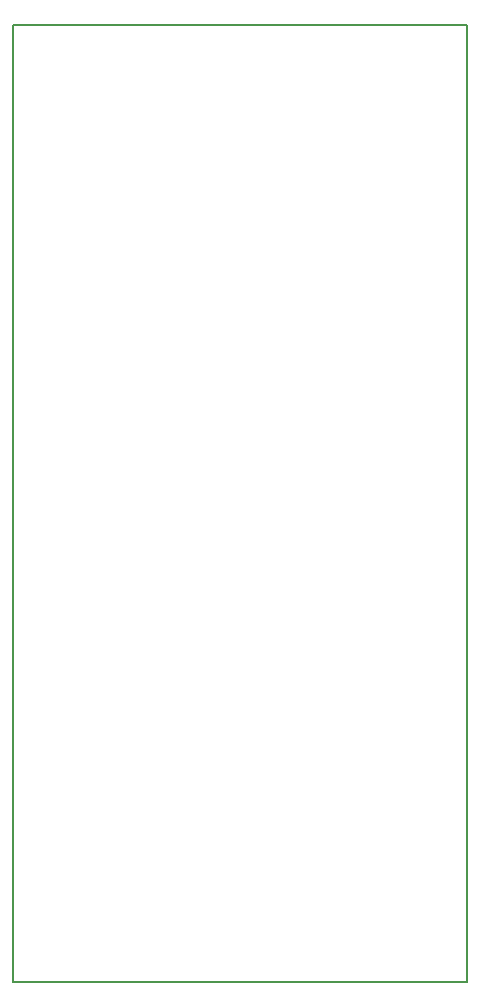
<source format=gbr>
G04 #@! TF.GenerationSoftware,KiCad,Pcbnew,(5.0.0)*
G04 #@! TF.CreationDate,2018-11-09T21:51:42+01:00*
G04 #@! TF.ProjectId,PSUCompanion,505355436F6D70616E696F6E2E6B6963,rev?*
G04 #@! TF.SameCoordinates,Original*
G04 #@! TF.FileFunction,Profile,NP*
%FSLAX46Y46*%
G04 Gerber Fmt 4.6, Leading zero omitted, Abs format (unit mm)*
G04 Created by KiCad (PCBNEW (5.0.0)) date 11/09/18 21:51:42*
%MOMM*%
%LPD*%
G01*
G04 APERTURE LIST*
%ADD10C,0.200000*%
G04 APERTURE END LIST*
D10*
X17500000Y-98250000D02*
X17500000Y-17250000D01*
X56000000Y-98250000D02*
X17500000Y-98250000D01*
X56000000Y-17250000D02*
X56000000Y-98250000D01*
X17500000Y-17250000D02*
X56000000Y-17250000D01*
M02*

</source>
